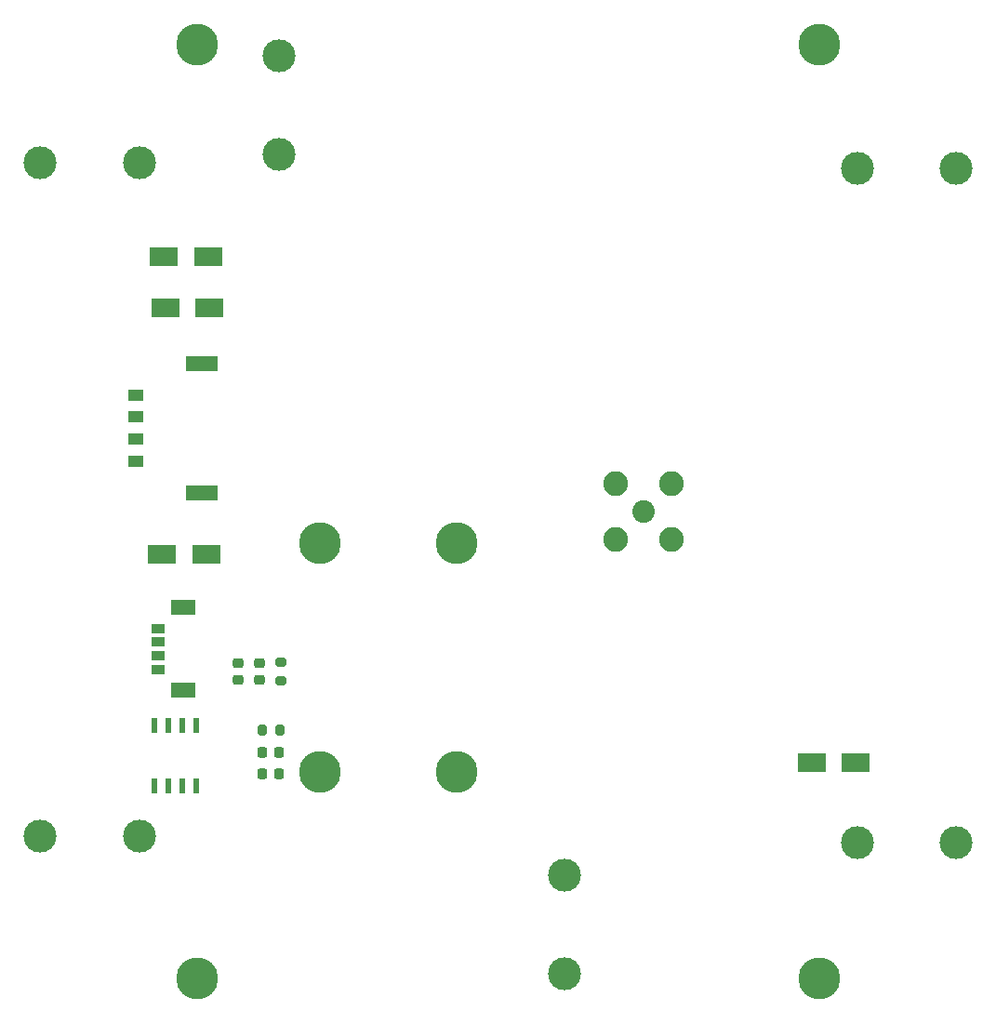
<source format=gbs>
%TF.GenerationSoftware,KiCad,Pcbnew,8.0.8*%
%TF.CreationDate,2025-03-29T22:03:17-04:00*%
%TF.ProjectId,ZPlus_Panel,5a506c75-735f-4506-916e-656c2e6b6963,v1b*%
%TF.SameCoordinates,Original*%
%TF.FileFunction,Soldermask,Bot*%
%TF.FilePolarity,Negative*%
%FSLAX46Y46*%
G04 Gerber Fmt 4.6, Leading zero omitted, Abs format (unit mm)*
G04 Created by KiCad (PCBNEW 8.0.8) date 2025-03-29 22:03:17*
%MOMM*%
%LPD*%
G01*
G04 APERTURE LIST*
G04 Aperture macros list*
%AMRoundRect*
0 Rectangle with rounded corners*
0 $1 Rounding radius*
0 $2 $3 $4 $5 $6 $7 $8 $9 X,Y pos of 4 corners*
0 Add a 4 corners polygon primitive as box body*
4,1,4,$2,$3,$4,$5,$6,$7,$8,$9,$2,$3,0*
0 Add four circle primitives for the rounded corners*
1,1,$1+$1,$2,$3*
1,1,$1+$1,$4,$5*
1,1,$1+$1,$6,$7*
1,1,$1+$1,$8,$9*
0 Add four rect primitives between the rounded corners*
20,1,$1+$1,$2,$3,$4,$5,0*
20,1,$1+$1,$4,$5,$6,$7,0*
20,1,$1+$1,$6,$7,$8,$9,0*
20,1,$1+$1,$8,$9,$2,$3,0*%
G04 Aperture macros list end*
%ADD10C,3.000000*%
%ADD11C,2.600000*%
%ADD12C,3.800000*%
%ADD13R,2.500000X1.700000*%
%ADD14RoundRect,0.225000X-0.250000X0.225000X-0.250000X-0.225000X0.250000X-0.225000X0.250000X0.225000X0*%
%ADD15R,0.533400X1.460500*%
%ADD16RoundRect,0.225000X0.225000X0.250000X-0.225000X0.250000X-0.225000X-0.250000X0.225000X-0.250000X0*%
%ADD17RoundRect,0.200000X0.200000X0.275000X-0.200000X0.275000X-0.200000X-0.275000X0.200000X-0.275000X0*%
%ADD18R,1.295400X0.838200*%
%ADD19R,2.260600X1.397000*%
%ADD20R,1.450000X1.100000*%
%ADD21R,2.899999X1.350000*%
%ADD22RoundRect,0.200000X-0.275000X0.200000X-0.275000X-0.200000X0.275000X-0.200000X0.275000X0.200000X0*%
%ADD23C,2.050000*%
%ADD24C,2.250000*%
G04 APERTURE END LIST*
D10*
X140900000Y-56700000D03*
X149900000Y-56700000D03*
D11*
X155182000Y-45965600D03*
D12*
X155182000Y-45965600D03*
D10*
X188600000Y-121500000D03*
X188600000Y-130500000D03*
D11*
X166325000Y-112100000D03*
D12*
X166325000Y-112100000D03*
D11*
X178825000Y-112100000D03*
D12*
X178825000Y-112100000D03*
D11*
X178825000Y-91300000D03*
D12*
X178825000Y-91300000D03*
D11*
X211856000Y-45965600D03*
D12*
X211856000Y-45965600D03*
D10*
X162625000Y-55925000D03*
X162625000Y-46925000D03*
X215300000Y-57200000D03*
X224300000Y-57200000D03*
X149900000Y-118000000D03*
X140900000Y-118000000D03*
D11*
X211856000Y-130965600D03*
D12*
X211856000Y-130965600D03*
D10*
X224300000Y-118600000D03*
X215300000Y-118600000D03*
D11*
X155182000Y-130965600D03*
D12*
X155182000Y-130965600D03*
D11*
X166325000Y-91300000D03*
D12*
X166325000Y-91300000D03*
D13*
X156175000Y-65275000D03*
X152175000Y-65275000D03*
D14*
X158950000Y-102225000D03*
X158950000Y-103775000D03*
D15*
X151295000Y-107925850D03*
X152565000Y-107925850D03*
X153835000Y-107925850D03*
X155105000Y-107925850D03*
X155105000Y-113374150D03*
X153835000Y-113374150D03*
X152565000Y-113374150D03*
X151295000Y-113374150D03*
D13*
X156000000Y-92325000D03*
X152000000Y-92325000D03*
D16*
X162675000Y-112350000D03*
X161125000Y-112350000D03*
D17*
X162725000Y-108300000D03*
X161075000Y-108300000D03*
D18*
X151650000Y-99075000D03*
X151650000Y-100325000D03*
X151650000Y-101575000D03*
X151650000Y-102825000D03*
D19*
X153944890Y-104725001D03*
X153944890Y-97174999D03*
D13*
X156275000Y-69875000D03*
X152275000Y-69875000D03*
D16*
X162675000Y-110325000D03*
X161125000Y-110325000D03*
D14*
X160875000Y-102225000D03*
X160875000Y-103775000D03*
D13*
X215125000Y-111300000D03*
X211125000Y-111300000D03*
D20*
X149600001Y-77835350D03*
X149600001Y-79835351D03*
X149600001Y-81835350D03*
X149600001Y-83835351D03*
D21*
X155575000Y-86730349D03*
X155575000Y-74940352D03*
D22*
X162775000Y-102175000D03*
X162775000Y-103825000D03*
D23*
X195800000Y-88400000D03*
D24*
X193260000Y-90940000D03*
X198340000Y-90940000D03*
X193260000Y-85860000D03*
X198340000Y-85860000D03*
M02*

</source>
